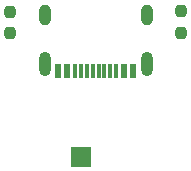
<source format=gtp>
G04 #@! TF.GenerationSoftware,KiCad,Pcbnew,7.0.7*
G04 #@! TF.CreationDate,2024-02-23T23:35:20+01:00*
G04 #@! TF.ProjectId,SL_USB-TypeC-Breakout,534c5f55-5342-42d5-9479-7065432d4272,v1.0*
G04 #@! TF.SameCoordinates,Original*
G04 #@! TF.FileFunction,Paste,Top*
G04 #@! TF.FilePolarity,Positive*
%FSLAX46Y46*%
G04 Gerber Fmt 4.6, Leading zero omitted, Abs format (unit mm)*
G04 Created by KiCad (PCBNEW 7.0.7) date 2024-02-23 23:35:20*
%MOMM*%
%LPD*%
G01*
G04 APERTURE LIST*
G04 Aperture macros list*
%AMRoundRect*
0 Rectangle with rounded corners*
0 $1 Rounding radius*
0 $2 $3 $4 $5 $6 $7 $8 $9 X,Y pos of 4 corners*
0 Add a 4 corners polygon primitive as box body*
4,1,4,$2,$3,$4,$5,$6,$7,$8,$9,$2,$3,0*
0 Add four circle primitives for the rounded corners*
1,1,$1+$1,$2,$3*
1,1,$1+$1,$4,$5*
1,1,$1+$1,$6,$7*
1,1,$1+$1,$8,$9*
0 Add four rect primitives between the rounded corners*
20,1,$1+$1,$2,$3,$4,$5,0*
20,1,$1+$1,$4,$5,$6,$7,0*
20,1,$1+$1,$6,$7,$8,$9,0*
20,1,$1+$1,$8,$9,$2,$3,0*%
G04 Aperture macros list end*
%ADD10RoundRect,0.237500X-0.237500X0.250000X-0.237500X-0.250000X0.237500X-0.250000X0.237500X0.250000X0*%
%ADD11R,1.700000X1.700000*%
%ADD12R,0.600000X1.150000*%
%ADD13R,0.300000X1.150000*%
%ADD14O,1.000000X2.100000*%
%ADD15O,1.000000X1.800000*%
G04 APERTURE END LIST*
D10*
X106100000Y-50675000D03*
X106100000Y-52500000D03*
D11*
X97600000Y-63000000D03*
D12*
X102030000Y-55721250D03*
X101230000Y-55721250D03*
D13*
X100080000Y-55721250D03*
X99080000Y-55721250D03*
X98580000Y-55721250D03*
X97580000Y-55721250D03*
D12*
X96430000Y-55721250D03*
X95630000Y-55721250D03*
X95630000Y-55721250D03*
X96430000Y-55721250D03*
D13*
X97080000Y-55721250D03*
X98080000Y-55721250D03*
X99580000Y-55721250D03*
X100580000Y-55721250D03*
D12*
X101230000Y-55721250D03*
X102030000Y-55721250D03*
D14*
X103150000Y-55146250D03*
D15*
X103150000Y-50966250D03*
D14*
X94510000Y-55146250D03*
D15*
X94510000Y-50966250D03*
D10*
X91600000Y-50700000D03*
X91600000Y-52525000D03*
M02*

</source>
